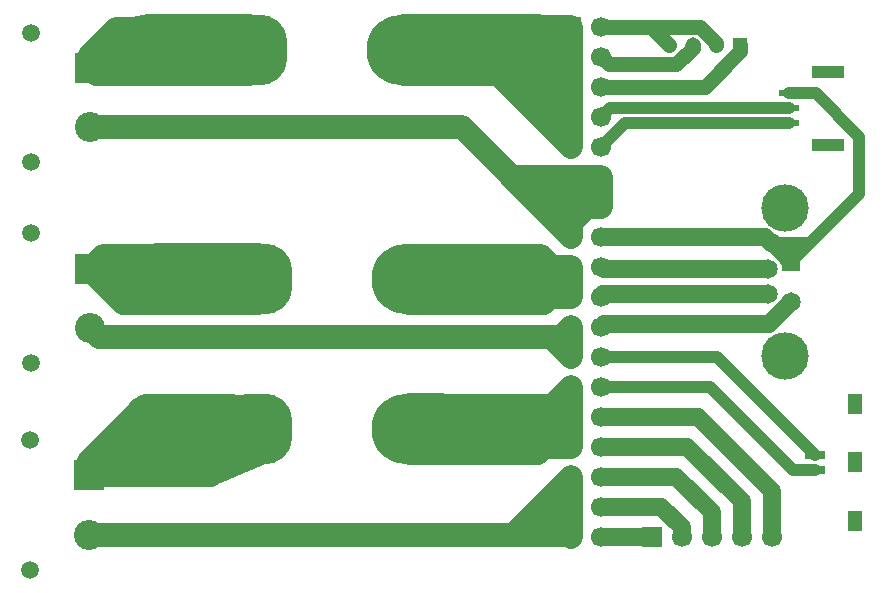
<source format=gbr>
%TF.GenerationSoftware,KiCad,Pcbnew,9.0.4*%
%TF.CreationDate,2025-12-04T18:39:57-05:00*%
%TF.ProjectId,Slipring Board,536c6970-7269-46e6-9720-426f6172642e,rev?*%
%TF.SameCoordinates,Original*%
%TF.FileFunction,Copper,L1,Top*%
%TF.FilePolarity,Positive*%
%FSLAX46Y46*%
G04 Gerber Fmt 4.6, Leading zero omitted, Abs format (unit mm)*
G04 Created by KiCad (PCBNEW 9.0.4) date 2025-12-04 18:39:57*
%MOMM*%
%LPD*%
G01*
G04 APERTURE LIST*
G04 Aperture macros list*
%AMRoundRect*
0 Rectangle with rounded corners*
0 $1 Rounding radius*
0 $2 $3 $4 $5 $6 $7 $8 $9 X,Y pos of 4 corners*
0 Add a 4 corners polygon primitive as box body*
4,1,4,$2,$3,$4,$5,$6,$7,$8,$9,$2,$3,0*
0 Add four circle primitives for the rounded corners*
1,1,$1+$1,$2,$3*
1,1,$1+$1,$4,$5*
1,1,$1+$1,$6,$7*
1,1,$1+$1,$8,$9*
0 Add four rect primitives between the rounded corners*
20,1,$1+$1,$2,$3,$4,$5,0*
20,1,$1+$1,$4,$5,$6,$7,0*
20,1,$1+$1,$6,$7,$8,$9,0*
20,1,$1+$1,$8,$9,$2,$3,0*%
G04 Aperture macros list end*
%TA.AperFunction,Conductor*%
%ADD10C,0.500000*%
%TD*%
%TA.AperFunction,Conductor*%
%ADD11C,0.200000*%
%TD*%
%TA.AperFunction,ComponentPad*%
%ADD12R,1.700000X1.700000*%
%TD*%
%TA.AperFunction,ComponentPad*%
%ADD13C,1.700000*%
%TD*%
%TA.AperFunction,ComponentPad*%
%ADD14R,2.550000X2.550000*%
%TD*%
%TA.AperFunction,ComponentPad*%
%ADD15C,2.550000*%
%TD*%
%TA.AperFunction,ComponentPad*%
%ADD16C,1.508000*%
%TD*%
%TA.AperFunction,ComponentPad*%
%ADD17R,1.308000X1.308000*%
%TD*%
%TA.AperFunction,ComponentPad*%
%ADD18C,1.308000*%
%TD*%
%TA.AperFunction,SMDPad,CuDef*%
%ADD19R,1.701800X0.609600*%
%TD*%
%TA.AperFunction,SMDPad,CuDef*%
%ADD20R,2.794000X0.990600*%
%TD*%
%TA.AperFunction,ComponentPad*%
%ADD21R,1.650000X1.650000*%
%TD*%
%TA.AperFunction,ComponentPad*%
%ADD22C,1.650000*%
%TD*%
%TA.AperFunction,ComponentPad*%
%ADD23C,4.016000*%
%TD*%
%TA.AperFunction,SMDPad,CuDef*%
%ADD24R,1.803400X0.660400*%
%TD*%
%TA.AperFunction,SMDPad,CuDef*%
%ADD25R,1.295400X1.803400*%
%TD*%
%TA.AperFunction,ComponentPad*%
%ADD26RoundRect,2.400000X-0.600000X0.600000X-0.600000X-0.600000X0.600000X-0.600000X0.600000X0.600000X0*%
%TD*%
%TA.AperFunction,ComponentPad*%
%ADD27RoundRect,2.400000X-0.600000X-0.600000X0.600000X-0.600000X0.600000X0.600000X-0.600000X0.600000X0*%
%TD*%
%TA.AperFunction,ComponentPad*%
%ADD28C,6.000000*%
%TD*%
%TA.AperFunction,Conductor*%
%ADD29C,1.250000*%
%TD*%
%TA.AperFunction,Conductor*%
%ADD30C,1.000000*%
%TD*%
%TA.AperFunction,Conductor*%
%ADD31C,1.500000*%
%TD*%
%TA.AperFunction,Conductor*%
%ADD32C,2.000000*%
%TD*%
G04 APERTURE END LIST*
D10*
%TO.N,/Pitch +24*%
X37400000Y-41200000D02*
X31400000Y-41200000D01*
X25000000Y-40000000D01*
X24200000Y-39600000D01*
X24000000Y-36600000D01*
X25600000Y-36600000D01*
X28600000Y-35600000D01*
X37400000Y-35600000D01*
X37400000Y-41200000D01*
%TA.AperFunction,Conductor*%
G36*
X37400000Y-41200000D02*
G01*
X31400000Y-41200000D01*
X25000000Y-40000000D01*
X24200000Y-39600000D01*
X24000000Y-36600000D01*
X25600000Y-36600000D01*
X28600000Y-35600000D01*
X37400000Y-35600000D01*
X37400000Y-41200000D01*
G37*
%TD.AperFunction*%
%TO.N,Net-(J8-Pin_17)*%
X57200000Y-36600000D02*
X62200000Y-37800000D01*
X63200000Y-38800000D01*
X60600000Y-41000000D01*
X49800000Y-41200000D01*
X51000000Y-36400000D01*
X57200000Y-36600000D01*
%TA.AperFunction,Conductor*%
G36*
X57200000Y-36600000D02*
G01*
X62200000Y-37800000D01*
X63200000Y-38800000D01*
X60600000Y-41000000D01*
X49800000Y-41200000D01*
X51000000Y-36400000D01*
X57200000Y-36600000D01*
G37*
%TD.AperFunction*%
%TO.N,/Shooter +24V*%
X36600000Y-21800000D02*
X30600000Y-21800000D01*
X24200000Y-20600000D01*
X23400000Y-20200000D01*
X23400000Y-18600000D01*
X24800000Y-17800000D01*
X27800000Y-16200000D01*
X36600000Y-16200000D01*
X36600000Y-21800000D01*
%TA.AperFunction,Conductor*%
G36*
X36600000Y-21800000D02*
G01*
X30600000Y-21800000D01*
X24200000Y-20600000D01*
X23400000Y-20200000D01*
X23400000Y-18600000D01*
X24800000Y-17800000D01*
X27800000Y-16200000D01*
X36600000Y-16200000D01*
X36600000Y-21800000D01*
G37*
%TD.AperFunction*%
%TO.N,Net-(J8-Pin_25)*%
X63700000Y-52800000D02*
X56200000Y-53900000D01*
X49900000Y-53900000D01*
X49900000Y-48300000D01*
X62100000Y-48400000D01*
X63700000Y-47600000D01*
X63700000Y-52800000D01*
%TA.AperFunction,Conductor*%
G36*
X63700000Y-52800000D02*
G01*
X56200000Y-53900000D01*
X49900000Y-53900000D01*
X49900000Y-48300000D01*
X62100000Y-48400000D01*
X63700000Y-47600000D01*
X63700000Y-52800000D01*
G37*
%TD.AperFunction*%
%TO.N,Net-(J8-Pin_1)*%
X63200000Y-17400000D02*
X63200000Y-25000000D01*
X62600000Y-25400000D01*
X58400000Y-21800000D01*
X49400000Y-21800000D01*
X49400000Y-16200000D01*
X61000000Y-16200000D01*
X63200000Y-17400000D01*
%TA.AperFunction,Conductor*%
G36*
X63200000Y-17400000D02*
G01*
X63200000Y-25000000D01*
X62600000Y-25400000D01*
X58400000Y-21800000D01*
X49400000Y-21800000D01*
X49400000Y-16200000D01*
X61000000Y-16200000D01*
X63200000Y-17400000D01*
G37*
%TD.AperFunction*%
D11*
%TO.N,/Mini PC +24*%
X38200000Y-53800000D02*
X33200000Y-55900000D01*
X33200000Y-54700000D01*
X24300000Y-55000000D01*
X23300000Y-53500000D01*
X28800000Y-48300000D01*
X36300000Y-48300000D01*
X38200000Y-53800000D01*
%TA.AperFunction,Conductor*%
G36*
X38200000Y-53800000D02*
G01*
X33200000Y-55900000D01*
X33200000Y-54700000D01*
X24300000Y-55000000D01*
X23300000Y-53500000D01*
X28800000Y-48300000D01*
X36300000Y-48300000D01*
X38200000Y-53800000D01*
G37*
%TD.AperFunction*%
%TD*%
D12*
%TO.P,J8,1,Pin_1*%
%TO.N,Net-(J8-Pin_1)*%
X63725000Y-17000000D03*
D13*
%TO.P,J8,2,Pin_2*%
%TO.N,/I2C GND*%
X66265000Y-17000000D03*
%TO.P,J8,3,Pin_3*%
%TO.N,Net-(J8-Pin_1)*%
X63725000Y-19540000D03*
%TO.P,J8,4,Pin_4*%
%TO.N,/I2C Data*%
X66265000Y-19540000D03*
%TO.P,J8,5,Pin_5*%
%TO.N,Net-(J8-Pin_1)*%
X63725000Y-22080000D03*
%TO.P,J8,6,Pin_6*%
%TO.N,/I2C Clock*%
X66265000Y-22080000D03*
%TO.P,J8,7,Pin_7*%
%TO.N,Net-(J8-Pin_1)*%
X63725000Y-24620000D03*
%TO.P,J8,8,Pin_8*%
%TO.N,/UART 1 rx*%
X66265000Y-24620000D03*
%TO.P,J8,9,Pin_9*%
%TO.N,Net-(J8-Pin_1)*%
X63725000Y-27160000D03*
%TO.P,J8,10,Pin_10*%
%TO.N,/UART 1 tx*%
X66265000Y-27160000D03*
%TO.P,J8,11,Pin_11*%
%TO.N,/Shooter GND*%
X63725000Y-29700000D03*
%TO.P,J8,12,Pin_12*%
X66265000Y-29700000D03*
%TO.P,J8,13,Pin_13*%
X63725000Y-32240000D03*
%TO.P,J8,14,Pin_14*%
X66265000Y-32240000D03*
%TO.P,J8,15,Pin_15*%
X63725000Y-34780000D03*
%TO.P,J8,16,Pin_16*%
%TO.N,/REF {slash} UART GND*%
X66265000Y-34780000D03*
%TO.P,J8,17,Pin_17*%
%TO.N,Net-(J8-Pin_17)*%
X63725000Y-37320000D03*
%TO.P,J8,18,Pin_18*%
%TO.N,/Ref +*%
X66265000Y-37320000D03*
%TO.P,J8,19,Pin_19*%
%TO.N,Net-(J8-Pin_17)*%
X63725000Y-39860000D03*
%TO.P,J8,20,Pin_20*%
%TO.N,/Ref Data A*%
X66265000Y-39860000D03*
%TO.P,J8,21,Pin_21*%
%TO.N,/Pitch GND*%
X63725000Y-42400000D03*
%TO.P,J8,22,Pin_22*%
%TO.N,/Ref Data B*%
X66265000Y-42400000D03*
%TO.P,J8,23,Pin_23*%
%TO.N,/Pitch GND*%
X63725000Y-44940000D03*
%TO.P,J8,24,Pin_24*%
%TO.N,/CAN Low*%
X66265000Y-44940000D03*
%TO.P,J8,25,Pin_25*%
%TO.N,Net-(J8-Pin_25)*%
X63725000Y-47480000D03*
%TO.P,J8,26,Pin_26*%
%TO.N,/CAN High*%
X66265000Y-47480000D03*
%TO.P,J8,27,Pin_27*%
%TO.N,Net-(J8-Pin_25)*%
X63725000Y-50020000D03*
%TO.P,J8,28,Pin_28*%
%TO.N,Net-(J8-Pin_28)*%
X66265000Y-50020000D03*
%TO.P,J8,29,Pin_29*%
%TO.N,Net-(J8-Pin_25)*%
X63725000Y-52560000D03*
%TO.P,J8,30,Pin_30*%
%TO.N,Net-(J8-Pin_30)*%
X66265000Y-52560000D03*
%TO.P,J8,31,Pin_31*%
%TO.N,/Mini PC GND*%
X63725000Y-55100000D03*
%TO.P,J8,32,Pin_32*%
%TO.N,Net-(J8-Pin_32)*%
X66265000Y-55100000D03*
%TO.P,J8,33,Pin_33*%
%TO.N,/Mini PC GND*%
X63725000Y-57640000D03*
%TO.P,J8,34,Pin_34*%
%TO.N,Net-(J8-Pin_34)*%
X66265000Y-57640000D03*
%TO.P,J8,35,Pin_35*%
%TO.N,/Mini PC GND*%
X63725000Y-60180000D03*
%TO.P,J8,36,Pin_36*%
%TO.N,Net-(J8-Pin_36)*%
X66265000Y-60180000D03*
%TD*%
D14*
%TO.P,J2,1,Pin_1*%
%TO.N,/Pitch +24*%
X23000000Y-37500000D03*
D15*
%TO.P,J2,2,Pin_2*%
%TO.N,/Pitch GND*%
X23000000Y-42500000D03*
D16*
%TO.P,J2,S1*%
%TO.N,N/C*%
X18000000Y-34500000D03*
%TO.P,J2,S2*%
X18000000Y-45500000D03*
%TD*%
D17*
%TO.P,J7,1,Pin_1*%
%TO.N,/I2C Clock*%
X78000000Y-18550000D03*
D18*
%TO.P,J7,2,Pin_2*%
%TO.N,/I2C GND*%
X76000000Y-18550000D03*
%TO.P,J7,3,Pin_3*%
%TO.N,/I2C Data*%
X74000000Y-18550000D03*
%TO.P,J7,4,Pin_4*%
%TO.N,/I2C GND*%
X72000000Y-18550000D03*
%TD*%
D14*
%TO.P,J3,1,Pin_1*%
%TO.N,/Mini PC +24*%
X22900000Y-55000000D03*
D15*
%TO.P,J3,2,Pin_2*%
%TO.N,/Mini PC GND*%
X22900000Y-60000000D03*
D16*
%TO.P,J3,S1*%
%TO.N,N/C*%
X17900000Y-52000000D03*
%TO.P,J3,S2*%
X17900000Y-63000000D03*
%TD*%
D12*
%TO.P,J9,1,Pin_1*%
%TO.N,Net-(J8-Pin_36)*%
X70520000Y-60200000D03*
D13*
%TO.P,J9,2,Pin_2*%
%TO.N,Net-(J8-Pin_34)*%
X73060000Y-60200000D03*
%TO.P,J9,3,Pin_3*%
%TO.N,Net-(J8-Pin_32)*%
X75600000Y-60200000D03*
%TO.P,J9,4,Pin_4*%
%TO.N,Net-(J8-Pin_30)*%
X78140000Y-60200000D03*
%TO.P,J9,5,Pin_5*%
%TO.N,Net-(J8-Pin_28)*%
X80680000Y-60200000D03*
%TD*%
D14*
%TO.P,J1,1,Pin_1*%
%TO.N,/Shooter +24V*%
X23000000Y-20500000D03*
D15*
%TO.P,J1,2,Pin_2*%
%TO.N,/Shooter GND*%
X23000000Y-25500000D03*
D16*
%TO.P,J1,S1*%
%TO.N,N/C*%
X18000000Y-17500000D03*
%TO.P,J1,S2*%
X18000000Y-28500000D03*
%TD*%
D19*
%TO.P,J6,1,Pin_1*%
%TO.N,/UART 1 tx*%
X82123500Y-25150000D03*
%TO.P,J6,2,Pin_2*%
%TO.N,/UART 1 rx*%
X82123500Y-23900000D03*
%TO.P,J6,3,Pin_3*%
%TO.N,/REF {slash} UART GND*%
X82123500Y-22650000D03*
D20*
%TO.P,J6,4*%
%TO.N,N/C*%
X85473501Y-26999999D03*
%TO.P,J6,5*%
X85473501Y-20800001D03*
%TD*%
D21*
%TO.P,J5,1,Pin_1*%
%TO.N,/REF {slash} UART GND*%
X82362500Y-36900000D03*
D22*
%TO.P,J5,2,Pin_2*%
%TO.N,/Ref +*%
X80412500Y-37525000D03*
%TO.P,J5,3,Pin_3*%
%TO.N,/Ref Data B*%
X82362500Y-40300000D03*
%TO.P,J5,4,Pin_4*%
%TO.N,/Ref Data A*%
X80412500Y-39675000D03*
D23*
%TO.P,J5,G1*%
%TO.N,N/C*%
X81862500Y-32350000D03*
%TO.P,J5,G2*%
X81862500Y-44850000D03*
%TD*%
D24*
%TO.P,J4,1,Pin_1*%
%TO.N,/CAN Low*%
X84393700Y-53275000D03*
%TO.P,J4,2,Pin_2*%
%TO.N,/CAN High*%
X84393700Y-54525000D03*
D25*
%TO.P,J4,3*%
%TO.N,N/C*%
X87743701Y-58850000D03*
%TO.P,J4,4*%
X87743701Y-53900000D03*
%TO.P,J4,5*%
X87743701Y-48950000D03*
%TD*%
D26*
%TO.P,F1,1*%
%TO.N,/Shooter +24V*%
X28317500Y-19000000D03*
D27*
X36717500Y-19000000D03*
D28*
%TO.P,F1,2*%
%TO.N,Net-(J8-Pin_1)*%
X49417500Y-19000000D03*
X57817500Y-19000000D03*
%TD*%
D26*
%TO.P,F3,1*%
%TO.N,/Mini PC +24*%
X28717500Y-51100000D03*
D27*
X37117500Y-51100000D03*
D28*
%TO.P,F3,2*%
%TO.N,Net-(J8-Pin_25)*%
X49817500Y-51100000D03*
X58217500Y-51100000D03*
%TD*%
D26*
%TO.P,F2,1*%
%TO.N,/Pitch +24*%
X28717500Y-38400000D03*
D27*
X37117500Y-38400000D03*
D28*
%TO.P,F2,2*%
%TO.N,Net-(J8-Pin_17)*%
X49817500Y-38400000D03*
X58217500Y-38400000D03*
%TD*%
D29*
%TO.N,/I2C Clock*%
X78000000Y-19100000D02*
X75020000Y-22080000D01*
X78000000Y-18550000D02*
X78000000Y-19100000D01*
X75020000Y-22080000D02*
X66265000Y-22080000D01*
D30*
%TO.N,/REF {slash} UART GND*%
X88100000Y-26332198D02*
X88100000Y-31162500D01*
X84417802Y-22650000D02*
X88100000Y-26332198D01*
X82123500Y-22650000D02*
X84417802Y-22650000D01*
X88100000Y-31162500D02*
X83931250Y-35331250D01*
D31*
%TO.N,/Ref Data B*%
X66465000Y-42200000D02*
X80462500Y-42200000D01*
X80462500Y-42200000D02*
X82362500Y-40300000D01*
X66265000Y-42400000D02*
X66465000Y-42200000D01*
%TO.N,/REF {slash} UART GND*%
X80771500Y-35309000D02*
X80981500Y-35519000D01*
X80636842Y-35309000D02*
X80771500Y-35309000D01*
X80127842Y-34800000D02*
X80636842Y-35309000D01*
X66285000Y-34800000D02*
X80127842Y-34800000D01*
X66265000Y-34780000D02*
X66285000Y-34800000D01*
%TO.N,Net-(J8-Pin_34)*%
X73060000Y-59360000D02*
X73060000Y-60200000D01*
X71340000Y-57640000D02*
X73060000Y-59360000D01*
X66265000Y-57640000D02*
X71340000Y-57640000D01*
%TO.N,Net-(J8-Pin_32)*%
X72600000Y-55100000D02*
X66265000Y-55100000D01*
X75600000Y-58100000D02*
X72600000Y-55100000D01*
X75600000Y-60200000D02*
X75600000Y-58100000D01*
%TO.N,Net-(J8-Pin_30)*%
X78140000Y-57140000D02*
X78140000Y-60200000D01*
X73560000Y-52560000D02*
X78140000Y-57140000D01*
X66265000Y-52560000D02*
X73560000Y-52560000D01*
%TO.N,Net-(J8-Pin_28)*%
X74420000Y-50020000D02*
X66265000Y-50020000D01*
X80680000Y-56280000D02*
X74420000Y-50020000D01*
X80680000Y-60200000D02*
X80680000Y-56280000D01*
D30*
%TO.N,/CAN High*%
X84393700Y-54525000D02*
X82492000Y-54525000D01*
X82492000Y-54525000D02*
X75447000Y-47480000D01*
X75447000Y-47480000D02*
X66265000Y-47480000D01*
%TO.N,/CAN Low*%
X66265000Y-44940000D02*
X76058700Y-44940000D01*
X76058700Y-44940000D02*
X84393700Y-53275000D01*
D31*
%TO.N,/Ref +*%
X66470000Y-37525000D02*
X66265000Y-37320000D01*
X80412500Y-37525000D02*
X66470000Y-37525000D01*
%TO.N,/Ref Data A*%
X80412500Y-39675000D02*
X66450000Y-39675000D01*
X66450000Y-39675000D02*
X66265000Y-39860000D01*
%TO.N,/REF {slash} UART GND*%
X80981500Y-35519000D02*
X81831250Y-36368750D01*
D30*
X82868750Y-35331250D02*
X81831250Y-36368750D01*
D31*
X81831250Y-36368750D02*
X82362500Y-36900000D01*
D30*
X81169250Y-35331250D02*
X80981500Y-35519000D01*
X83931250Y-35331250D02*
X83600000Y-35331250D01*
X83600000Y-35331250D02*
X82868750Y-35331250D01*
X83600000Y-35331250D02*
X81169250Y-35331250D01*
X83931250Y-35331250D02*
X82362500Y-36900000D01*
%TO.N,/UART 1 rx*%
X66985000Y-23900000D02*
X66265000Y-24620000D01*
X82123500Y-23900000D02*
X66985000Y-23900000D01*
%TO.N,/UART 1 tx*%
X66265000Y-27160000D02*
X68275000Y-25150000D01*
X68275000Y-25150000D02*
X82123500Y-25150000D01*
D29*
%TO.N,/I2C GND*%
X76000000Y-18400000D02*
X76000000Y-18550000D01*
X74600000Y-17000000D02*
X76000000Y-18400000D01*
X70450000Y-17000000D02*
X74600000Y-17000000D01*
X66265000Y-17000000D02*
X70450000Y-17000000D01*
X70450000Y-17000000D02*
X72000000Y-18550000D01*
%TO.N,/I2C Data*%
X74000000Y-18778800D02*
X74000000Y-18550000D01*
X66925000Y-20200000D02*
X72578800Y-20200000D01*
X72578800Y-20200000D02*
X74000000Y-18778800D01*
X66265000Y-19540000D02*
X66925000Y-20200000D01*
D32*
%TO.N,/Shooter +24V*%
X28317500Y-19000000D02*
X30000000Y-19000000D01*
X25200000Y-17200000D02*
X31800000Y-17200000D01*
X23500000Y-21000000D02*
X34717500Y-21000000D01*
X30000000Y-19000000D02*
X31800000Y-17200000D01*
X23000000Y-20500000D02*
X23500000Y-21000000D01*
X23000000Y-20500000D02*
X23000000Y-19400000D01*
X23000000Y-19400000D02*
X25200000Y-17200000D01*
X34717500Y-21000000D02*
X36717500Y-19000000D01*
X31800000Y-17200000D02*
X34917500Y-17200000D01*
X34917500Y-17200000D02*
X36717500Y-19000000D01*
%TO.N,/Mini PC GND*%
X61365000Y-60000000D02*
X59000000Y-60000000D01*
X58825000Y-60000000D02*
X56800000Y-60000000D01*
X63725000Y-57640000D02*
X63725000Y-55100000D01*
X63725000Y-57640000D02*
X61365000Y-60000000D01*
X22900000Y-60000000D02*
X56800000Y-60000000D01*
X63725000Y-60180000D02*
X63725000Y-57640000D01*
X56800000Y-60000000D02*
X59000000Y-60000000D01*
X63725000Y-55100000D02*
X58825000Y-60000000D01*
X59000000Y-60000000D02*
X63545000Y-60000000D01*
X63545000Y-60000000D02*
X63725000Y-60180000D01*
%TO.N,/Mini PC +24*%
X28717500Y-51100000D02*
X28717500Y-49282500D01*
X32400000Y-49100000D02*
X35117500Y-49100000D01*
X27600000Y-49100000D02*
X22900000Y-53800000D01*
X22900000Y-53800000D02*
X22900000Y-55000000D01*
X22900000Y-55000000D02*
X33217500Y-55000000D01*
X28900000Y-49100000D02*
X32400000Y-49100000D01*
X33217500Y-55000000D02*
X37117500Y-51100000D01*
X35117500Y-49100000D02*
X37117500Y-51100000D01*
X32400000Y-49100000D02*
X27600000Y-49100000D01*
X28717500Y-49282500D02*
X28900000Y-49100000D01*
%TO.N,/Pitch GND*%
X63725000Y-44940000D02*
X63725000Y-42400000D01*
X63725000Y-44940000D02*
X62035000Y-43250000D01*
%TO.N,/Shooter GND*%
X58645000Y-29645000D02*
X54500000Y-25500000D01*
X63725000Y-32240000D02*
X66265000Y-29700000D01*
X65062919Y-32240000D02*
X63725000Y-33577919D01*
X63725000Y-29700000D02*
X63725000Y-32240000D01*
X63725000Y-33577919D02*
X63725000Y-34780000D01*
X61185000Y-29700000D02*
X66265000Y-29700000D01*
X63725000Y-32240000D02*
X66265000Y-32240000D01*
X66265000Y-32240000D02*
X66265000Y-29700000D01*
X63725000Y-32240000D02*
X61185000Y-29700000D01*
X66265000Y-29700000D02*
X63725000Y-29700000D01*
X58645000Y-29700000D02*
X58645000Y-29645000D01*
X63725000Y-34780000D02*
X58645000Y-29700000D01*
X61185000Y-29700000D02*
X58645000Y-29700000D01*
X66265000Y-32240000D02*
X65062919Y-32240000D01*
X63725000Y-34780000D02*
X63725000Y-32240000D01*
X54500000Y-25500000D02*
X23000000Y-25500000D01*
%TO.N,/Pitch +24*%
X37117500Y-38400000D02*
X37117500Y-36482500D01*
X23000000Y-37500000D02*
X24100000Y-36400000D01*
X23000000Y-37600000D02*
X23000000Y-37500000D01*
X35717500Y-40400000D02*
X25800000Y-40400000D01*
X24100000Y-36400000D02*
X24600000Y-36400000D01*
X37717500Y-38400000D02*
X35717500Y-40400000D01*
X37200000Y-36400000D02*
X24600000Y-36400000D01*
X25800000Y-40400000D02*
X23000000Y-37600000D01*
X37117500Y-36482500D02*
X37200000Y-36400000D01*
%TO.N,Net-(J8-Pin_1)*%
X51417500Y-17000000D02*
X49417500Y-19000000D01*
X63725000Y-17000000D02*
X63725000Y-27160000D01*
X51417500Y-21000000D02*
X49417500Y-19000000D01*
X63725000Y-27160000D02*
X57565000Y-21000000D01*
X63725000Y-17000000D02*
X51417500Y-17000000D01*
X57565000Y-21000000D02*
X51417500Y-21000000D01*
%TO.N,Net-(J8-Pin_17)*%
X62120000Y-37320000D02*
X63725000Y-37320000D01*
X63725000Y-39860000D02*
X61940000Y-39860000D01*
X61940000Y-39860000D02*
X61400000Y-40400000D01*
X51817500Y-40400000D02*
X49817500Y-38400000D01*
X63725000Y-37320000D02*
X63725000Y-39860000D01*
X61400000Y-40400000D02*
X51817500Y-40400000D01*
X61200000Y-36400000D02*
X62120000Y-37320000D01*
X49800000Y-36400000D02*
X61200000Y-36400000D01*
X49817500Y-38400000D02*
X49817500Y-36417500D01*
X49817500Y-36417500D02*
X49800000Y-36400000D01*
%TO.N,Net-(J8-Pin_25)*%
X51817500Y-49100000D02*
X49817500Y-51100000D01*
X63725000Y-47480000D02*
X62105000Y-49100000D01*
X60900000Y-53100000D02*
X51817500Y-53100000D01*
X51817500Y-53100000D02*
X49817500Y-51100000D01*
X62105000Y-49100000D02*
X51817500Y-49100000D01*
X61440000Y-52560000D02*
X60900000Y-53100000D01*
X63725000Y-52560000D02*
X63725000Y-47480000D01*
X63725000Y-52560000D02*
X61440000Y-52560000D01*
D31*
%TO.N,Net-(J8-Pin_36)*%
X70500000Y-60180000D02*
X70520000Y-60200000D01*
X66265000Y-60180000D02*
X70500000Y-60180000D01*
D32*
%TO.N,/Pitch GND*%
X61800000Y-43250000D02*
X23750000Y-43250000D01*
X62875000Y-43250000D02*
X61800000Y-43250000D01*
X63725000Y-42400000D02*
X62875000Y-43250000D01*
X23750000Y-43250000D02*
X23000000Y-42500000D01*
%TD*%
M02*

</source>
